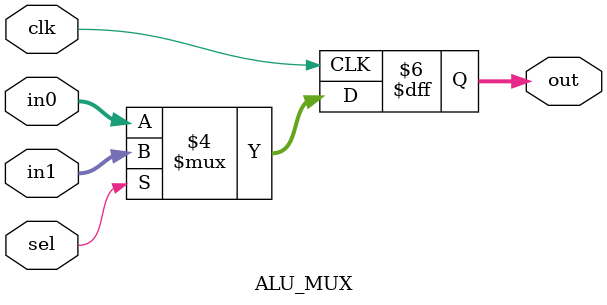
<source format=v>

module ALU_MUX(
	output reg [31:0] out,
	input [31:0] in1,
	input [31:0] in0,
	input sel,
	input clk
	);

	always @(posedge clk)
		begin
			if(sel == 0)
				out <= in0;
			else
				out <= in1;
		end
	
endmodule
</source>
